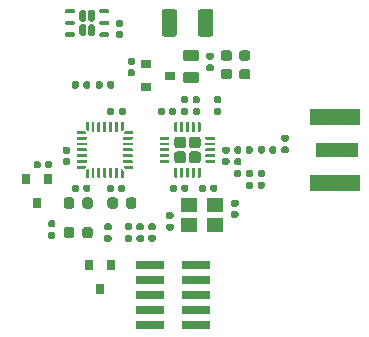
<source format=gbr>
%TF.GenerationSoftware,KiCad,Pcbnew,(5.1.6)-1*%
%TF.CreationDate,2020-10-05T19:31:36+02:00*%
%TF.ProjectId,NRF24,4e524632-342e-46b6-9963-61645f706362,rev?*%
%TF.SameCoordinates,Original*%
%TF.FileFunction,Paste,Top*%
%TF.FilePolarity,Positive*%
%FSLAX46Y46*%
G04 Gerber Fmt 4.6, Leading zero omitted, Abs format (unit mm)*
G04 Created by KiCad (PCBNEW (5.1.6)-1) date 2020-10-05 19:31:36*
%MOMM*%
%LPD*%
G01*
G04 APERTURE LIST*
%ADD10R,3.600000X1.270000*%
%ADD11R,4.200000X1.350000*%
%ADD12R,0.800000X0.900000*%
%ADD13R,0.900000X0.800000*%
%ADD14R,1.400000X1.200000*%
%ADD15C,0.150000*%
%ADD16R,2.400000X0.740000*%
G04 APERTURE END LIST*
%TO.C,C20*%
G36*
G01*
X181625000Y-75574999D02*
X181625000Y-77425001D01*
G75*
G02*
X181375001Y-77675000I-249999J0D01*
G01*
X180549999Y-77675000D01*
G75*
G02*
X180300000Y-77425001I0J249999D01*
G01*
X180300000Y-75574999D01*
G75*
G02*
X180549999Y-75325000I249999J0D01*
G01*
X181375001Y-75325000D01*
G75*
G02*
X181625000Y-75574999I0J-249999D01*
G01*
G37*
G36*
G01*
X184700000Y-75574999D02*
X184700000Y-77425001D01*
G75*
G02*
X184450001Y-77675000I-249999J0D01*
G01*
X183624999Y-77675000D01*
G75*
G02*
X183375000Y-77425001I0J249999D01*
G01*
X183375000Y-75574999D01*
G75*
G02*
X183624999Y-75325000I249999J0D01*
G01*
X184450001Y-75325000D01*
G75*
G02*
X184700000Y-75574999I0J-249999D01*
G01*
G37*
%TD*%
%TO.C,C19*%
G36*
G01*
X187093750Y-80400000D02*
X187606250Y-80400000D01*
G75*
G02*
X187825000Y-80618750I0J-218750D01*
G01*
X187825000Y-81056250D01*
G75*
G02*
X187606250Y-81275000I-218750J0D01*
G01*
X187093750Y-81275000D01*
G75*
G02*
X186875000Y-81056250I0J218750D01*
G01*
X186875000Y-80618750D01*
G75*
G02*
X187093750Y-80400000I218750J0D01*
G01*
G37*
G36*
G01*
X187093750Y-78825000D02*
X187606250Y-78825000D01*
G75*
G02*
X187825000Y-79043750I0J-218750D01*
G01*
X187825000Y-79481250D01*
G75*
G02*
X187606250Y-79700000I-218750J0D01*
G01*
X187093750Y-79700000D01*
G75*
G02*
X186875000Y-79481250I0J218750D01*
G01*
X186875000Y-79043750D01*
G75*
G02*
X187093750Y-78825000I218750J0D01*
G01*
G37*
%TD*%
%TO.C,R12*%
G36*
G01*
X178327500Y-94440000D02*
X178672500Y-94440000D01*
G75*
G02*
X178820000Y-94587500I0J-147500D01*
G01*
X178820000Y-94882500D01*
G75*
G02*
X178672500Y-95030000I-147500J0D01*
G01*
X178327500Y-95030000D01*
G75*
G02*
X178180000Y-94882500I0J147500D01*
G01*
X178180000Y-94587500D01*
G75*
G02*
X178327500Y-94440000I147500J0D01*
G01*
G37*
G36*
G01*
X178327500Y-93470000D02*
X178672500Y-93470000D01*
G75*
G02*
X178820000Y-93617500I0J-147500D01*
G01*
X178820000Y-93912500D01*
G75*
G02*
X178672500Y-94060000I-147500J0D01*
G01*
X178327500Y-94060000D01*
G75*
G02*
X178180000Y-93912500I0J147500D01*
G01*
X178180000Y-93617500D01*
G75*
G02*
X178327500Y-93470000I147500J0D01*
G01*
G37*
%TD*%
D10*
%TO.C,J2*%
X195200000Y-87250000D03*
D11*
X195000000Y-84425000D03*
X195000000Y-90075000D03*
%TD*%
%TO.C,R11*%
G36*
G01*
X170440000Y-88672500D02*
X170440000Y-88327500D01*
G75*
G02*
X170587500Y-88180000I147500J0D01*
G01*
X170882500Y-88180000D01*
G75*
G02*
X171030000Y-88327500I0J-147500D01*
G01*
X171030000Y-88672500D01*
G75*
G02*
X170882500Y-88820000I-147500J0D01*
G01*
X170587500Y-88820000D01*
G75*
G02*
X170440000Y-88672500I0J147500D01*
G01*
G37*
G36*
G01*
X169470000Y-88672500D02*
X169470000Y-88327500D01*
G75*
G02*
X169617500Y-88180000I147500J0D01*
G01*
X169912500Y-88180000D01*
G75*
G02*
X170060000Y-88327500I0J-147500D01*
G01*
X170060000Y-88672500D01*
G75*
G02*
X169912500Y-88820000I-147500J0D01*
G01*
X169617500Y-88820000D01*
G75*
G02*
X169470000Y-88672500I0J147500D01*
G01*
G37*
%TD*%
D12*
%TO.C,Q3*%
X169750000Y-91750000D03*
X168800000Y-89750000D03*
X170700000Y-89750000D03*
%TD*%
%TO.C,Q2*%
X175100000Y-99000000D03*
X174150000Y-97000000D03*
X176050000Y-97000000D03*
%TD*%
D13*
%TO.C,Q1*%
X179000000Y-80000000D03*
X179000000Y-81900000D03*
X181000000Y-80950000D03*
%TD*%
%TO.C,LD1*%
G36*
G01*
X173600000Y-94506250D02*
X173600000Y-93993750D01*
G75*
G02*
X173818750Y-93775000I218750J0D01*
G01*
X174256250Y-93775000D01*
G75*
G02*
X174475000Y-93993750I0J-218750D01*
G01*
X174475000Y-94506250D01*
G75*
G02*
X174256250Y-94725000I-218750J0D01*
G01*
X173818750Y-94725000D01*
G75*
G02*
X173600000Y-94506250I0J218750D01*
G01*
G37*
G36*
G01*
X172025000Y-94506250D02*
X172025000Y-93993750D01*
G75*
G02*
X172243750Y-93775000I218750J0D01*
G01*
X172681250Y-93775000D01*
G75*
G02*
X172900000Y-93993750I0J-218750D01*
G01*
X172900000Y-94506250D01*
G75*
G02*
X172681250Y-94725000I-218750J0D01*
G01*
X172243750Y-94725000D01*
G75*
G02*
X172025000Y-94506250I0J218750D01*
G01*
G37*
%TD*%
%TO.C,FB1*%
G36*
G01*
X183256250Y-79750000D02*
X182343750Y-79750000D01*
G75*
G02*
X182100000Y-79506250I0J243750D01*
G01*
X182100000Y-79018750D01*
G75*
G02*
X182343750Y-78775000I243750J0D01*
G01*
X183256250Y-78775000D01*
G75*
G02*
X183500000Y-79018750I0J-243750D01*
G01*
X183500000Y-79506250D01*
G75*
G02*
X183256250Y-79750000I-243750J0D01*
G01*
G37*
G36*
G01*
X183256250Y-81625000D02*
X182343750Y-81625000D01*
G75*
G02*
X182100000Y-81381250I0J243750D01*
G01*
X182100000Y-80893750D01*
G75*
G02*
X182343750Y-80650000I243750J0D01*
G01*
X183256250Y-80650000D01*
G75*
G02*
X183500000Y-80893750I0J-243750D01*
G01*
X183500000Y-81381250D01*
G75*
G02*
X183256250Y-81625000I-243750J0D01*
G01*
G37*
%TD*%
%TO.C,U3*%
G36*
G01*
X182620000Y-88130000D02*
X182620000Y-87620000D01*
G75*
G02*
X182870000Y-87370000I250000J0D01*
G01*
X183380000Y-87370000D01*
G75*
G02*
X183630000Y-87620000I0J-250000D01*
G01*
X183630000Y-88130000D01*
G75*
G02*
X183380000Y-88380000I-250000J0D01*
G01*
X182870000Y-88380000D01*
G75*
G02*
X182620000Y-88130000I0J250000D01*
G01*
G37*
G36*
G01*
X182620000Y-86880000D02*
X182620000Y-86370000D01*
G75*
G02*
X182870000Y-86120000I250000J0D01*
G01*
X183380000Y-86120000D01*
G75*
G02*
X183630000Y-86370000I0J-250000D01*
G01*
X183630000Y-86880000D01*
G75*
G02*
X183380000Y-87130000I-250000J0D01*
G01*
X182870000Y-87130000D01*
G75*
G02*
X182620000Y-86880000I0J250000D01*
G01*
G37*
G36*
G01*
X181370000Y-88130000D02*
X181370000Y-87620000D01*
G75*
G02*
X181620000Y-87370000I250000J0D01*
G01*
X182130000Y-87370000D01*
G75*
G02*
X182380000Y-87620000I0J-250000D01*
G01*
X182380000Y-88130000D01*
G75*
G02*
X182130000Y-88380000I-250000J0D01*
G01*
X181620000Y-88380000D01*
G75*
G02*
X181370000Y-88130000I0J250000D01*
G01*
G37*
G36*
G01*
X181370000Y-86880000D02*
X181370000Y-86370000D01*
G75*
G02*
X181620000Y-86120000I250000J0D01*
G01*
X182130000Y-86120000D01*
G75*
G02*
X182380000Y-86370000I0J-250000D01*
G01*
X182380000Y-86880000D01*
G75*
G02*
X182130000Y-87130000I-250000J0D01*
G01*
X181620000Y-87130000D01*
G75*
G02*
X181370000Y-86880000I0J250000D01*
G01*
G37*
G36*
G01*
X181375000Y-85662500D02*
X181375000Y-84962500D01*
G75*
G02*
X181437500Y-84900000I62500J0D01*
G01*
X181562500Y-84900000D01*
G75*
G02*
X181625000Y-84962500I0J-62500D01*
G01*
X181625000Y-85662500D01*
G75*
G02*
X181562500Y-85725000I-62500J0D01*
G01*
X181437500Y-85725000D01*
G75*
G02*
X181375000Y-85662500I0J62500D01*
G01*
G37*
G36*
G01*
X181875000Y-85662500D02*
X181875000Y-84962500D01*
G75*
G02*
X181937500Y-84900000I62500J0D01*
G01*
X182062500Y-84900000D01*
G75*
G02*
X182125000Y-84962500I0J-62500D01*
G01*
X182125000Y-85662500D01*
G75*
G02*
X182062500Y-85725000I-62500J0D01*
G01*
X181937500Y-85725000D01*
G75*
G02*
X181875000Y-85662500I0J62500D01*
G01*
G37*
G36*
G01*
X182375000Y-85662500D02*
X182375000Y-84962500D01*
G75*
G02*
X182437500Y-84900000I62500J0D01*
G01*
X182562500Y-84900000D01*
G75*
G02*
X182625000Y-84962500I0J-62500D01*
G01*
X182625000Y-85662500D01*
G75*
G02*
X182562500Y-85725000I-62500J0D01*
G01*
X182437500Y-85725000D01*
G75*
G02*
X182375000Y-85662500I0J62500D01*
G01*
G37*
G36*
G01*
X182875000Y-85662500D02*
X182875000Y-84962500D01*
G75*
G02*
X182937500Y-84900000I62500J0D01*
G01*
X183062500Y-84900000D01*
G75*
G02*
X183125000Y-84962500I0J-62500D01*
G01*
X183125000Y-85662500D01*
G75*
G02*
X183062500Y-85725000I-62500J0D01*
G01*
X182937500Y-85725000D01*
G75*
G02*
X182875000Y-85662500I0J62500D01*
G01*
G37*
G36*
G01*
X183375000Y-85662500D02*
X183375000Y-84962500D01*
G75*
G02*
X183437500Y-84900000I62500J0D01*
G01*
X183562500Y-84900000D01*
G75*
G02*
X183625000Y-84962500I0J-62500D01*
G01*
X183625000Y-85662500D01*
G75*
G02*
X183562500Y-85725000I-62500J0D01*
G01*
X183437500Y-85725000D01*
G75*
G02*
X183375000Y-85662500I0J62500D01*
G01*
G37*
G36*
G01*
X184025000Y-86312500D02*
X184025000Y-86187500D01*
G75*
G02*
X184087500Y-86125000I62500J0D01*
G01*
X184787500Y-86125000D01*
G75*
G02*
X184850000Y-86187500I0J-62500D01*
G01*
X184850000Y-86312500D01*
G75*
G02*
X184787500Y-86375000I-62500J0D01*
G01*
X184087500Y-86375000D01*
G75*
G02*
X184025000Y-86312500I0J62500D01*
G01*
G37*
G36*
G01*
X184025000Y-86812500D02*
X184025000Y-86687500D01*
G75*
G02*
X184087500Y-86625000I62500J0D01*
G01*
X184787500Y-86625000D01*
G75*
G02*
X184850000Y-86687500I0J-62500D01*
G01*
X184850000Y-86812500D01*
G75*
G02*
X184787500Y-86875000I-62500J0D01*
G01*
X184087500Y-86875000D01*
G75*
G02*
X184025000Y-86812500I0J62500D01*
G01*
G37*
G36*
G01*
X184025000Y-87312500D02*
X184025000Y-87187500D01*
G75*
G02*
X184087500Y-87125000I62500J0D01*
G01*
X184787500Y-87125000D01*
G75*
G02*
X184850000Y-87187500I0J-62500D01*
G01*
X184850000Y-87312500D01*
G75*
G02*
X184787500Y-87375000I-62500J0D01*
G01*
X184087500Y-87375000D01*
G75*
G02*
X184025000Y-87312500I0J62500D01*
G01*
G37*
G36*
G01*
X184025000Y-87812500D02*
X184025000Y-87687500D01*
G75*
G02*
X184087500Y-87625000I62500J0D01*
G01*
X184787500Y-87625000D01*
G75*
G02*
X184850000Y-87687500I0J-62500D01*
G01*
X184850000Y-87812500D01*
G75*
G02*
X184787500Y-87875000I-62500J0D01*
G01*
X184087500Y-87875000D01*
G75*
G02*
X184025000Y-87812500I0J62500D01*
G01*
G37*
G36*
G01*
X184025000Y-88312500D02*
X184025000Y-88187500D01*
G75*
G02*
X184087500Y-88125000I62500J0D01*
G01*
X184787500Y-88125000D01*
G75*
G02*
X184850000Y-88187500I0J-62500D01*
G01*
X184850000Y-88312500D01*
G75*
G02*
X184787500Y-88375000I-62500J0D01*
G01*
X184087500Y-88375000D01*
G75*
G02*
X184025000Y-88312500I0J62500D01*
G01*
G37*
G36*
G01*
X183375000Y-89537500D02*
X183375000Y-88837500D01*
G75*
G02*
X183437500Y-88775000I62500J0D01*
G01*
X183562500Y-88775000D01*
G75*
G02*
X183625000Y-88837500I0J-62500D01*
G01*
X183625000Y-89537500D01*
G75*
G02*
X183562500Y-89600000I-62500J0D01*
G01*
X183437500Y-89600000D01*
G75*
G02*
X183375000Y-89537500I0J62500D01*
G01*
G37*
G36*
G01*
X182875000Y-89537500D02*
X182875000Y-88837500D01*
G75*
G02*
X182937500Y-88775000I62500J0D01*
G01*
X183062500Y-88775000D01*
G75*
G02*
X183125000Y-88837500I0J-62500D01*
G01*
X183125000Y-89537500D01*
G75*
G02*
X183062500Y-89600000I-62500J0D01*
G01*
X182937500Y-89600000D01*
G75*
G02*
X182875000Y-89537500I0J62500D01*
G01*
G37*
G36*
G01*
X182375000Y-89537500D02*
X182375000Y-88837500D01*
G75*
G02*
X182437500Y-88775000I62500J0D01*
G01*
X182562500Y-88775000D01*
G75*
G02*
X182625000Y-88837500I0J-62500D01*
G01*
X182625000Y-89537500D01*
G75*
G02*
X182562500Y-89600000I-62500J0D01*
G01*
X182437500Y-89600000D01*
G75*
G02*
X182375000Y-89537500I0J62500D01*
G01*
G37*
G36*
G01*
X181875000Y-89537500D02*
X181875000Y-88837500D01*
G75*
G02*
X181937500Y-88775000I62500J0D01*
G01*
X182062500Y-88775000D01*
G75*
G02*
X182125000Y-88837500I0J-62500D01*
G01*
X182125000Y-89537500D01*
G75*
G02*
X182062500Y-89600000I-62500J0D01*
G01*
X181937500Y-89600000D01*
G75*
G02*
X181875000Y-89537500I0J62500D01*
G01*
G37*
G36*
G01*
X181375000Y-89537500D02*
X181375000Y-88837500D01*
G75*
G02*
X181437500Y-88775000I62500J0D01*
G01*
X181562500Y-88775000D01*
G75*
G02*
X181625000Y-88837500I0J-62500D01*
G01*
X181625000Y-89537500D01*
G75*
G02*
X181562500Y-89600000I-62500J0D01*
G01*
X181437500Y-89600000D01*
G75*
G02*
X181375000Y-89537500I0J62500D01*
G01*
G37*
G36*
G01*
X180150000Y-88312500D02*
X180150000Y-88187500D01*
G75*
G02*
X180212500Y-88125000I62500J0D01*
G01*
X180912500Y-88125000D01*
G75*
G02*
X180975000Y-88187500I0J-62500D01*
G01*
X180975000Y-88312500D01*
G75*
G02*
X180912500Y-88375000I-62500J0D01*
G01*
X180212500Y-88375000D01*
G75*
G02*
X180150000Y-88312500I0J62500D01*
G01*
G37*
G36*
G01*
X180150000Y-87812500D02*
X180150000Y-87687500D01*
G75*
G02*
X180212500Y-87625000I62500J0D01*
G01*
X180912500Y-87625000D01*
G75*
G02*
X180975000Y-87687500I0J-62500D01*
G01*
X180975000Y-87812500D01*
G75*
G02*
X180912500Y-87875000I-62500J0D01*
G01*
X180212500Y-87875000D01*
G75*
G02*
X180150000Y-87812500I0J62500D01*
G01*
G37*
G36*
G01*
X180150000Y-87312500D02*
X180150000Y-87187500D01*
G75*
G02*
X180212500Y-87125000I62500J0D01*
G01*
X180912500Y-87125000D01*
G75*
G02*
X180975000Y-87187500I0J-62500D01*
G01*
X180975000Y-87312500D01*
G75*
G02*
X180912500Y-87375000I-62500J0D01*
G01*
X180212500Y-87375000D01*
G75*
G02*
X180150000Y-87312500I0J62500D01*
G01*
G37*
G36*
G01*
X180150000Y-86812500D02*
X180150000Y-86687500D01*
G75*
G02*
X180212500Y-86625000I62500J0D01*
G01*
X180912500Y-86625000D01*
G75*
G02*
X180975000Y-86687500I0J-62500D01*
G01*
X180975000Y-86812500D01*
G75*
G02*
X180912500Y-86875000I-62500J0D01*
G01*
X180212500Y-86875000D01*
G75*
G02*
X180150000Y-86812500I0J62500D01*
G01*
G37*
G36*
G01*
X180150000Y-86312500D02*
X180150000Y-86187500D01*
G75*
G02*
X180212500Y-86125000I62500J0D01*
G01*
X180912500Y-86125000D01*
G75*
G02*
X180975000Y-86187500I0J-62500D01*
G01*
X180975000Y-86312500D01*
G75*
G02*
X180912500Y-86375000I-62500J0D01*
G01*
X180212500Y-86375000D01*
G75*
G02*
X180150000Y-86312500I0J62500D01*
G01*
G37*
%TD*%
%TO.C,R7*%
G36*
G01*
X171172500Y-93810000D02*
X170827500Y-93810000D01*
G75*
G02*
X170680000Y-93662500I0J147500D01*
G01*
X170680000Y-93367500D01*
G75*
G02*
X170827500Y-93220000I147500J0D01*
G01*
X171172500Y-93220000D01*
G75*
G02*
X171320000Y-93367500I0J-147500D01*
G01*
X171320000Y-93662500D01*
G75*
G02*
X171172500Y-93810000I-147500J0D01*
G01*
G37*
G36*
G01*
X171172500Y-94780000D02*
X170827500Y-94780000D01*
G75*
G02*
X170680000Y-94632500I0J147500D01*
G01*
X170680000Y-94337500D01*
G75*
G02*
X170827500Y-94190000I147500J0D01*
G01*
X171172500Y-94190000D01*
G75*
G02*
X171320000Y-94337500I0J-147500D01*
G01*
X171320000Y-94632500D01*
G75*
G02*
X171172500Y-94780000I-147500J0D01*
G01*
G37*
%TD*%
%TO.C,C18*%
G36*
G01*
X181610000Y-90327500D02*
X181610000Y-90672500D01*
G75*
G02*
X181462500Y-90820000I-147500J0D01*
G01*
X181167500Y-90820000D01*
G75*
G02*
X181020000Y-90672500I0J147500D01*
G01*
X181020000Y-90327500D01*
G75*
G02*
X181167500Y-90180000I147500J0D01*
G01*
X181462500Y-90180000D01*
G75*
G02*
X181610000Y-90327500I0J-147500D01*
G01*
G37*
G36*
G01*
X182580000Y-90327500D02*
X182580000Y-90672500D01*
G75*
G02*
X182432500Y-90820000I-147500J0D01*
G01*
X182137500Y-90820000D01*
G75*
G02*
X181990000Y-90672500I0J147500D01*
G01*
X181990000Y-90327500D01*
G75*
G02*
X182137500Y-90180000I147500J0D01*
G01*
X182432500Y-90180000D01*
G75*
G02*
X182580000Y-90327500I0J-147500D01*
G01*
G37*
%TD*%
%TO.C,R2*%
G36*
G01*
X172720000Y-81922500D02*
X172720000Y-81577500D01*
G75*
G02*
X172867500Y-81430000I147500J0D01*
G01*
X173162500Y-81430000D01*
G75*
G02*
X173310000Y-81577500I0J-147500D01*
G01*
X173310000Y-81922500D01*
G75*
G02*
X173162500Y-82070000I-147500J0D01*
G01*
X172867500Y-82070000D01*
G75*
G02*
X172720000Y-81922500I0J147500D01*
G01*
G37*
G36*
G01*
X173690000Y-81922500D02*
X173690000Y-81577500D01*
G75*
G02*
X173837500Y-81430000I147500J0D01*
G01*
X174132500Y-81430000D01*
G75*
G02*
X174280000Y-81577500I0J-147500D01*
G01*
X174280000Y-81922500D01*
G75*
G02*
X174132500Y-82070000I-147500J0D01*
G01*
X173837500Y-82070000D01*
G75*
G02*
X173690000Y-81922500I0J147500D01*
G01*
G37*
%TD*%
%TO.C,R1*%
G36*
G01*
X176280000Y-81577500D02*
X176280000Y-81922500D01*
G75*
G02*
X176132500Y-82070000I-147500J0D01*
G01*
X175837500Y-82070000D01*
G75*
G02*
X175690000Y-81922500I0J147500D01*
G01*
X175690000Y-81577500D01*
G75*
G02*
X175837500Y-81430000I147500J0D01*
G01*
X176132500Y-81430000D01*
G75*
G02*
X176280000Y-81577500I0J-147500D01*
G01*
G37*
G36*
G01*
X175310000Y-81577500D02*
X175310000Y-81922500D01*
G75*
G02*
X175162500Y-82070000I-147500J0D01*
G01*
X174867500Y-82070000D01*
G75*
G02*
X174720000Y-81922500I0J147500D01*
G01*
X174720000Y-81577500D01*
G75*
G02*
X174867500Y-81430000I147500J0D01*
G01*
X175162500Y-81430000D01*
G75*
G02*
X175310000Y-81577500I0J-147500D01*
G01*
G37*
%TD*%
%TO.C,R9*%
G36*
G01*
X179327500Y-94440000D02*
X179672500Y-94440000D01*
G75*
G02*
X179820000Y-94587500I0J-147500D01*
G01*
X179820000Y-94882500D01*
G75*
G02*
X179672500Y-95030000I-147500J0D01*
G01*
X179327500Y-95030000D01*
G75*
G02*
X179180000Y-94882500I0J147500D01*
G01*
X179180000Y-94587500D01*
G75*
G02*
X179327500Y-94440000I147500J0D01*
G01*
G37*
G36*
G01*
X179327500Y-93470000D02*
X179672500Y-93470000D01*
G75*
G02*
X179820000Y-93617500I0J-147500D01*
G01*
X179820000Y-93912500D01*
G75*
G02*
X179672500Y-94060000I-147500J0D01*
G01*
X179327500Y-94060000D01*
G75*
G02*
X179180000Y-93912500I0J147500D01*
G01*
X179180000Y-93617500D01*
G75*
G02*
X179327500Y-93470000I147500J0D01*
G01*
G37*
%TD*%
%TO.C,R8*%
G36*
G01*
X177672500Y-94060000D02*
X177327500Y-94060000D01*
G75*
G02*
X177180000Y-93912500I0J147500D01*
G01*
X177180000Y-93617500D01*
G75*
G02*
X177327500Y-93470000I147500J0D01*
G01*
X177672500Y-93470000D01*
G75*
G02*
X177820000Y-93617500I0J-147500D01*
G01*
X177820000Y-93912500D01*
G75*
G02*
X177672500Y-94060000I-147500J0D01*
G01*
G37*
G36*
G01*
X177672500Y-95030000D02*
X177327500Y-95030000D01*
G75*
G02*
X177180000Y-94882500I0J147500D01*
G01*
X177180000Y-94587500D01*
G75*
G02*
X177327500Y-94440000I147500J0D01*
G01*
X177672500Y-94440000D01*
G75*
G02*
X177820000Y-94587500I0J-147500D01*
G01*
X177820000Y-94882500D01*
G75*
G02*
X177672500Y-95030000I-147500J0D01*
G01*
G37*
%TD*%
%TO.C,R5*%
G36*
G01*
X184227500Y-79990000D02*
X184572500Y-79990000D01*
G75*
G02*
X184720000Y-80137500I0J-147500D01*
G01*
X184720000Y-80432500D01*
G75*
G02*
X184572500Y-80580000I-147500J0D01*
G01*
X184227500Y-80580000D01*
G75*
G02*
X184080000Y-80432500I0J147500D01*
G01*
X184080000Y-80137500D01*
G75*
G02*
X184227500Y-79990000I147500J0D01*
G01*
G37*
G36*
G01*
X184227500Y-79020000D02*
X184572500Y-79020000D01*
G75*
G02*
X184720000Y-79167500I0J-147500D01*
G01*
X184720000Y-79462500D01*
G75*
G02*
X184572500Y-79610000I-147500J0D01*
G01*
X184227500Y-79610000D01*
G75*
G02*
X184080000Y-79462500I0J147500D01*
G01*
X184080000Y-79167500D01*
G75*
G02*
X184227500Y-79020000I147500J0D01*
G01*
G37*
%TD*%
%TO.C,R4*%
G36*
G01*
X177922500Y-81030000D02*
X177577500Y-81030000D01*
G75*
G02*
X177430000Y-80882500I0J147500D01*
G01*
X177430000Y-80587500D01*
G75*
G02*
X177577500Y-80440000I147500J0D01*
G01*
X177922500Y-80440000D01*
G75*
G02*
X178070000Y-80587500I0J-147500D01*
G01*
X178070000Y-80882500D01*
G75*
G02*
X177922500Y-81030000I-147500J0D01*
G01*
G37*
G36*
G01*
X177922500Y-80060000D02*
X177577500Y-80060000D01*
G75*
G02*
X177430000Y-79912500I0J147500D01*
G01*
X177430000Y-79617500D01*
G75*
G02*
X177577500Y-79470000I147500J0D01*
G01*
X177922500Y-79470000D01*
G75*
G02*
X178070000Y-79617500I0J-147500D01*
G01*
X178070000Y-79912500D01*
G75*
G02*
X177922500Y-80060000I-147500J0D01*
G01*
G37*
%TD*%
%TO.C,R3*%
G36*
G01*
X172422500Y-88530000D02*
X172077500Y-88530000D01*
G75*
G02*
X171930000Y-88382500I0J147500D01*
G01*
X171930000Y-88087500D01*
G75*
G02*
X172077500Y-87940000I147500J0D01*
G01*
X172422500Y-87940000D01*
G75*
G02*
X172570000Y-88087500I0J-147500D01*
G01*
X172570000Y-88382500D01*
G75*
G02*
X172422500Y-88530000I-147500J0D01*
G01*
G37*
G36*
G01*
X172422500Y-87560000D02*
X172077500Y-87560000D01*
G75*
G02*
X171930000Y-87412500I0J147500D01*
G01*
X171930000Y-87117500D01*
G75*
G02*
X172077500Y-86970000I147500J0D01*
G01*
X172422500Y-86970000D01*
G75*
G02*
X172570000Y-87117500I0J-147500D01*
G01*
X172570000Y-87412500D01*
G75*
G02*
X172422500Y-87560000I-147500J0D01*
G01*
G37*
%TD*%
%TO.C,R6*%
G36*
G01*
X185222500Y-83310000D02*
X184877500Y-83310000D01*
G75*
G02*
X184730000Y-83162500I0J147500D01*
G01*
X184730000Y-82867500D01*
G75*
G02*
X184877500Y-82720000I147500J0D01*
G01*
X185222500Y-82720000D01*
G75*
G02*
X185370000Y-82867500I0J-147500D01*
G01*
X185370000Y-83162500D01*
G75*
G02*
X185222500Y-83310000I-147500J0D01*
G01*
G37*
G36*
G01*
X185222500Y-84280000D02*
X184877500Y-84280000D01*
G75*
G02*
X184730000Y-84132500I0J147500D01*
G01*
X184730000Y-83837500D01*
G75*
G02*
X184877500Y-83690000I147500J0D01*
G01*
X185222500Y-83690000D01*
G75*
G02*
X185370000Y-83837500I0J-147500D01*
G01*
X185370000Y-84132500D01*
G75*
G02*
X185222500Y-84280000I-147500J0D01*
G01*
G37*
%TD*%
%TO.C,R10*%
G36*
G01*
X184060000Y-90327500D02*
X184060000Y-90672500D01*
G75*
G02*
X183912500Y-90820000I-147500J0D01*
G01*
X183617500Y-90820000D01*
G75*
G02*
X183470000Y-90672500I0J147500D01*
G01*
X183470000Y-90327500D01*
G75*
G02*
X183617500Y-90180000I147500J0D01*
G01*
X183912500Y-90180000D01*
G75*
G02*
X184060000Y-90327500I0J-147500D01*
G01*
G37*
G36*
G01*
X185030000Y-90327500D02*
X185030000Y-90672500D01*
G75*
G02*
X184882500Y-90820000I-147500J0D01*
G01*
X184587500Y-90820000D01*
G75*
G02*
X184440000Y-90672500I0J147500D01*
G01*
X184440000Y-90327500D01*
G75*
G02*
X184587500Y-90180000I147500J0D01*
G01*
X184882500Y-90180000D01*
G75*
G02*
X185030000Y-90327500I0J-147500D01*
G01*
G37*
%TD*%
D14*
%TO.C,Y1*%
X182650000Y-91900000D03*
X184850000Y-91900000D03*
X184850000Y-93600000D03*
X182650000Y-93600000D03*
%TD*%
D15*
%TO.C,U2*%
G36*
X173875865Y-89039861D02*
G01*
X173878425Y-89031419D01*
X173882584Y-89023639D01*
X173888180Y-89016820D01*
X174021820Y-88883180D01*
X174028639Y-88877584D01*
X174036419Y-88873425D01*
X174044861Y-88870865D01*
X174053640Y-88870000D01*
X174080000Y-88870000D01*
X174088779Y-88870865D01*
X174097221Y-88873425D01*
X174105001Y-88877584D01*
X174111820Y-88883180D01*
X174117416Y-88889999D01*
X174121575Y-88897779D01*
X174124135Y-88906221D01*
X174125000Y-88915000D01*
X174125000Y-89580000D01*
X174124135Y-89588779D01*
X174121575Y-89597221D01*
X174117416Y-89605001D01*
X174111820Y-89611820D01*
X174105001Y-89617416D01*
X174097221Y-89621575D01*
X174088779Y-89624135D01*
X174080000Y-89625000D01*
X173920000Y-89625000D01*
X173911221Y-89624135D01*
X173902779Y-89621575D01*
X173894999Y-89617416D01*
X173888180Y-89611820D01*
X173882584Y-89605001D01*
X173878425Y-89597221D01*
X173875865Y-89588779D01*
X173875000Y-89580000D01*
X173875000Y-89048640D01*
X173875865Y-89039861D01*
G37*
G36*
G01*
X174562500Y-89625000D02*
X174437500Y-89625000D01*
G75*
G02*
X174375000Y-89562500I0J62500D01*
G01*
X174375000Y-88812500D01*
G75*
G02*
X174437500Y-88750000I62500J0D01*
G01*
X174562500Y-88750000D01*
G75*
G02*
X174625000Y-88812500I0J-62500D01*
G01*
X174625000Y-89562500D01*
G75*
G02*
X174562500Y-89625000I-62500J0D01*
G01*
G37*
G36*
G01*
X175062500Y-89625000D02*
X174937500Y-89625000D01*
G75*
G02*
X174875000Y-89562500I0J62500D01*
G01*
X174875000Y-88812500D01*
G75*
G02*
X174937500Y-88750000I62500J0D01*
G01*
X175062500Y-88750000D01*
G75*
G02*
X175125000Y-88812500I0J-62500D01*
G01*
X175125000Y-89562500D01*
G75*
G02*
X175062500Y-89625000I-62500J0D01*
G01*
G37*
G36*
G01*
X175562500Y-89625000D02*
X175437500Y-89625000D01*
G75*
G02*
X175375000Y-89562500I0J62500D01*
G01*
X175375000Y-88812500D01*
G75*
G02*
X175437500Y-88750000I62500J0D01*
G01*
X175562500Y-88750000D01*
G75*
G02*
X175625000Y-88812500I0J-62500D01*
G01*
X175625000Y-89562500D01*
G75*
G02*
X175562500Y-89625000I-62500J0D01*
G01*
G37*
G36*
G01*
X176062500Y-89625000D02*
X175937500Y-89625000D01*
G75*
G02*
X175875000Y-89562500I0J62500D01*
G01*
X175875000Y-88812500D01*
G75*
G02*
X175937500Y-88750000I62500J0D01*
G01*
X176062500Y-88750000D01*
G75*
G02*
X176125000Y-88812500I0J-62500D01*
G01*
X176125000Y-89562500D01*
G75*
G02*
X176062500Y-89625000I-62500J0D01*
G01*
G37*
G36*
G01*
X176562500Y-89625000D02*
X176437500Y-89625000D01*
G75*
G02*
X176375000Y-89562500I0J62500D01*
G01*
X176375000Y-88812500D01*
G75*
G02*
X176437500Y-88750000I62500J0D01*
G01*
X176562500Y-88750000D01*
G75*
G02*
X176625000Y-88812500I0J-62500D01*
G01*
X176625000Y-89562500D01*
G75*
G02*
X176562500Y-89625000I-62500J0D01*
G01*
G37*
G36*
X176875865Y-88906221D02*
G01*
X176878425Y-88897779D01*
X176882584Y-88889999D01*
X176888180Y-88883180D01*
X176894999Y-88877584D01*
X176902779Y-88873425D01*
X176911221Y-88870865D01*
X176920000Y-88870000D01*
X176946360Y-88870000D01*
X176955139Y-88870865D01*
X176963581Y-88873425D01*
X176971361Y-88877584D01*
X176978180Y-88883180D01*
X177111820Y-89016820D01*
X177117416Y-89023639D01*
X177121575Y-89031419D01*
X177124135Y-89039861D01*
X177125000Y-89048640D01*
X177125000Y-89580000D01*
X177124135Y-89588779D01*
X177121575Y-89597221D01*
X177117416Y-89605001D01*
X177111820Y-89611820D01*
X177105001Y-89617416D01*
X177097221Y-89621575D01*
X177088779Y-89624135D01*
X177080000Y-89625000D01*
X176920000Y-89625000D01*
X176911221Y-89624135D01*
X176902779Y-89621575D01*
X176894999Y-89617416D01*
X176888180Y-89611820D01*
X176882584Y-89605001D01*
X176878425Y-89597221D01*
X176875865Y-89588779D01*
X176875000Y-89580000D01*
X176875000Y-88915000D01*
X176875865Y-88906221D01*
G37*
G36*
X177120865Y-88661221D02*
G01*
X177123425Y-88652779D01*
X177127584Y-88644999D01*
X177133180Y-88638180D01*
X177139999Y-88632584D01*
X177147779Y-88628425D01*
X177156221Y-88625865D01*
X177165000Y-88625000D01*
X177830000Y-88625000D01*
X177838779Y-88625865D01*
X177847221Y-88628425D01*
X177855001Y-88632584D01*
X177861820Y-88638180D01*
X177867416Y-88644999D01*
X177871575Y-88652779D01*
X177874135Y-88661221D01*
X177875000Y-88670000D01*
X177875000Y-88830000D01*
X177874135Y-88838779D01*
X177871575Y-88847221D01*
X177867416Y-88855001D01*
X177861820Y-88861820D01*
X177855001Y-88867416D01*
X177847221Y-88871575D01*
X177838779Y-88874135D01*
X177830000Y-88875000D01*
X177298640Y-88875000D01*
X177289861Y-88874135D01*
X177281419Y-88871575D01*
X177273639Y-88867416D01*
X177266820Y-88861820D01*
X177133180Y-88728180D01*
X177127584Y-88721361D01*
X177123425Y-88713581D01*
X177120865Y-88705139D01*
X177120000Y-88696360D01*
X177120000Y-88670000D01*
X177120865Y-88661221D01*
G37*
G36*
G01*
X177812500Y-88375000D02*
X177062500Y-88375000D01*
G75*
G02*
X177000000Y-88312500I0J62500D01*
G01*
X177000000Y-88187500D01*
G75*
G02*
X177062500Y-88125000I62500J0D01*
G01*
X177812500Y-88125000D01*
G75*
G02*
X177875000Y-88187500I0J-62500D01*
G01*
X177875000Y-88312500D01*
G75*
G02*
X177812500Y-88375000I-62500J0D01*
G01*
G37*
G36*
G01*
X177812500Y-87875000D02*
X177062500Y-87875000D01*
G75*
G02*
X177000000Y-87812500I0J62500D01*
G01*
X177000000Y-87687500D01*
G75*
G02*
X177062500Y-87625000I62500J0D01*
G01*
X177812500Y-87625000D01*
G75*
G02*
X177875000Y-87687500I0J-62500D01*
G01*
X177875000Y-87812500D01*
G75*
G02*
X177812500Y-87875000I-62500J0D01*
G01*
G37*
G36*
G01*
X177812500Y-87375000D02*
X177062500Y-87375000D01*
G75*
G02*
X177000000Y-87312500I0J62500D01*
G01*
X177000000Y-87187500D01*
G75*
G02*
X177062500Y-87125000I62500J0D01*
G01*
X177812500Y-87125000D01*
G75*
G02*
X177875000Y-87187500I0J-62500D01*
G01*
X177875000Y-87312500D01*
G75*
G02*
X177812500Y-87375000I-62500J0D01*
G01*
G37*
G36*
G01*
X177812500Y-86875000D02*
X177062500Y-86875000D01*
G75*
G02*
X177000000Y-86812500I0J62500D01*
G01*
X177000000Y-86687500D01*
G75*
G02*
X177062500Y-86625000I62500J0D01*
G01*
X177812500Y-86625000D01*
G75*
G02*
X177875000Y-86687500I0J-62500D01*
G01*
X177875000Y-86812500D01*
G75*
G02*
X177812500Y-86875000I-62500J0D01*
G01*
G37*
G36*
G01*
X177812500Y-86375000D02*
X177062500Y-86375000D01*
G75*
G02*
X177000000Y-86312500I0J62500D01*
G01*
X177000000Y-86187500D01*
G75*
G02*
X177062500Y-86125000I62500J0D01*
G01*
X177812500Y-86125000D01*
G75*
G02*
X177875000Y-86187500I0J-62500D01*
G01*
X177875000Y-86312500D01*
G75*
G02*
X177812500Y-86375000I-62500J0D01*
G01*
G37*
G36*
X177120865Y-85794861D02*
G01*
X177123425Y-85786419D01*
X177127584Y-85778639D01*
X177133180Y-85771820D01*
X177266820Y-85638180D01*
X177273639Y-85632584D01*
X177281419Y-85628425D01*
X177289861Y-85625865D01*
X177298640Y-85625000D01*
X177830000Y-85625000D01*
X177838779Y-85625865D01*
X177847221Y-85628425D01*
X177855001Y-85632584D01*
X177861820Y-85638180D01*
X177867416Y-85644999D01*
X177871575Y-85652779D01*
X177874135Y-85661221D01*
X177875000Y-85670000D01*
X177875000Y-85830000D01*
X177874135Y-85838779D01*
X177871575Y-85847221D01*
X177867416Y-85855001D01*
X177861820Y-85861820D01*
X177855001Y-85867416D01*
X177847221Y-85871575D01*
X177838779Y-85874135D01*
X177830000Y-85875000D01*
X177165000Y-85875000D01*
X177156221Y-85874135D01*
X177147779Y-85871575D01*
X177139999Y-85867416D01*
X177133180Y-85861820D01*
X177127584Y-85855001D01*
X177123425Y-85847221D01*
X177120865Y-85838779D01*
X177120000Y-85830000D01*
X177120000Y-85803640D01*
X177120865Y-85794861D01*
G37*
G36*
X176875865Y-84911221D02*
G01*
X176878425Y-84902779D01*
X176882584Y-84894999D01*
X176888180Y-84888180D01*
X176894999Y-84882584D01*
X176902779Y-84878425D01*
X176911221Y-84875865D01*
X176920000Y-84875000D01*
X177080000Y-84875000D01*
X177088779Y-84875865D01*
X177097221Y-84878425D01*
X177105001Y-84882584D01*
X177111820Y-84888180D01*
X177117416Y-84894999D01*
X177121575Y-84902779D01*
X177124135Y-84911221D01*
X177125000Y-84920000D01*
X177125000Y-85451360D01*
X177124135Y-85460139D01*
X177121575Y-85468581D01*
X177117416Y-85476361D01*
X177111820Y-85483180D01*
X176978180Y-85616820D01*
X176971361Y-85622416D01*
X176963581Y-85626575D01*
X176955139Y-85629135D01*
X176946360Y-85630000D01*
X176920000Y-85630000D01*
X176911221Y-85629135D01*
X176902779Y-85626575D01*
X176894999Y-85622416D01*
X176888180Y-85616820D01*
X176882584Y-85610001D01*
X176878425Y-85602221D01*
X176875865Y-85593779D01*
X176875000Y-85585000D01*
X176875000Y-84920000D01*
X176875865Y-84911221D01*
G37*
G36*
G01*
X176562500Y-85750000D02*
X176437500Y-85750000D01*
G75*
G02*
X176375000Y-85687500I0J62500D01*
G01*
X176375000Y-84937500D01*
G75*
G02*
X176437500Y-84875000I62500J0D01*
G01*
X176562500Y-84875000D01*
G75*
G02*
X176625000Y-84937500I0J-62500D01*
G01*
X176625000Y-85687500D01*
G75*
G02*
X176562500Y-85750000I-62500J0D01*
G01*
G37*
G36*
G01*
X176062500Y-85750000D02*
X175937500Y-85750000D01*
G75*
G02*
X175875000Y-85687500I0J62500D01*
G01*
X175875000Y-84937500D01*
G75*
G02*
X175937500Y-84875000I62500J0D01*
G01*
X176062500Y-84875000D01*
G75*
G02*
X176125000Y-84937500I0J-62500D01*
G01*
X176125000Y-85687500D01*
G75*
G02*
X176062500Y-85750000I-62500J0D01*
G01*
G37*
G36*
G01*
X175562500Y-85750000D02*
X175437500Y-85750000D01*
G75*
G02*
X175375000Y-85687500I0J62500D01*
G01*
X175375000Y-84937500D01*
G75*
G02*
X175437500Y-84875000I62500J0D01*
G01*
X175562500Y-84875000D01*
G75*
G02*
X175625000Y-84937500I0J-62500D01*
G01*
X175625000Y-85687500D01*
G75*
G02*
X175562500Y-85750000I-62500J0D01*
G01*
G37*
G36*
G01*
X175062500Y-85750000D02*
X174937500Y-85750000D01*
G75*
G02*
X174875000Y-85687500I0J62500D01*
G01*
X174875000Y-84937500D01*
G75*
G02*
X174937500Y-84875000I62500J0D01*
G01*
X175062500Y-84875000D01*
G75*
G02*
X175125000Y-84937500I0J-62500D01*
G01*
X175125000Y-85687500D01*
G75*
G02*
X175062500Y-85750000I-62500J0D01*
G01*
G37*
G36*
G01*
X174562500Y-85750000D02*
X174437500Y-85750000D01*
G75*
G02*
X174375000Y-85687500I0J62500D01*
G01*
X174375000Y-84937500D01*
G75*
G02*
X174437500Y-84875000I62500J0D01*
G01*
X174562500Y-84875000D01*
G75*
G02*
X174625000Y-84937500I0J-62500D01*
G01*
X174625000Y-85687500D01*
G75*
G02*
X174562500Y-85750000I-62500J0D01*
G01*
G37*
G36*
X173875865Y-84911221D02*
G01*
X173878425Y-84902779D01*
X173882584Y-84894999D01*
X173888180Y-84888180D01*
X173894999Y-84882584D01*
X173902779Y-84878425D01*
X173911221Y-84875865D01*
X173920000Y-84875000D01*
X174080000Y-84875000D01*
X174088779Y-84875865D01*
X174097221Y-84878425D01*
X174105001Y-84882584D01*
X174111820Y-84888180D01*
X174117416Y-84894999D01*
X174121575Y-84902779D01*
X174124135Y-84911221D01*
X174125000Y-84920000D01*
X174125000Y-85585000D01*
X174124135Y-85593779D01*
X174121575Y-85602221D01*
X174117416Y-85610001D01*
X174111820Y-85616820D01*
X174105001Y-85622416D01*
X174097221Y-85626575D01*
X174088779Y-85629135D01*
X174080000Y-85630000D01*
X174053640Y-85630000D01*
X174044861Y-85629135D01*
X174036419Y-85626575D01*
X174028639Y-85622416D01*
X174021820Y-85616820D01*
X173888180Y-85483180D01*
X173882584Y-85476361D01*
X173878425Y-85468581D01*
X173875865Y-85460139D01*
X173875000Y-85451360D01*
X173875000Y-84920000D01*
X173875865Y-84911221D01*
G37*
G36*
X173125865Y-85661221D02*
G01*
X173128425Y-85652779D01*
X173132584Y-85644999D01*
X173138180Y-85638180D01*
X173144999Y-85632584D01*
X173152779Y-85628425D01*
X173161221Y-85625865D01*
X173170000Y-85625000D01*
X173701360Y-85625000D01*
X173710139Y-85625865D01*
X173718581Y-85628425D01*
X173726361Y-85632584D01*
X173733180Y-85638180D01*
X173866820Y-85771820D01*
X173872416Y-85778639D01*
X173876575Y-85786419D01*
X173879135Y-85794861D01*
X173880000Y-85803640D01*
X173880000Y-85830000D01*
X173879135Y-85838779D01*
X173876575Y-85847221D01*
X173872416Y-85855001D01*
X173866820Y-85861820D01*
X173860001Y-85867416D01*
X173852221Y-85871575D01*
X173843779Y-85874135D01*
X173835000Y-85875000D01*
X173170000Y-85875000D01*
X173161221Y-85874135D01*
X173152779Y-85871575D01*
X173144999Y-85867416D01*
X173138180Y-85861820D01*
X173132584Y-85855001D01*
X173128425Y-85847221D01*
X173125865Y-85838779D01*
X173125000Y-85830000D01*
X173125000Y-85670000D01*
X173125865Y-85661221D01*
G37*
G36*
G01*
X173937500Y-86375000D02*
X173187500Y-86375000D01*
G75*
G02*
X173125000Y-86312500I0J62500D01*
G01*
X173125000Y-86187500D01*
G75*
G02*
X173187500Y-86125000I62500J0D01*
G01*
X173937500Y-86125000D01*
G75*
G02*
X174000000Y-86187500I0J-62500D01*
G01*
X174000000Y-86312500D01*
G75*
G02*
X173937500Y-86375000I-62500J0D01*
G01*
G37*
G36*
G01*
X173937500Y-86875000D02*
X173187500Y-86875000D01*
G75*
G02*
X173125000Y-86812500I0J62500D01*
G01*
X173125000Y-86687500D01*
G75*
G02*
X173187500Y-86625000I62500J0D01*
G01*
X173937500Y-86625000D01*
G75*
G02*
X174000000Y-86687500I0J-62500D01*
G01*
X174000000Y-86812500D01*
G75*
G02*
X173937500Y-86875000I-62500J0D01*
G01*
G37*
G36*
G01*
X173937500Y-87375000D02*
X173187500Y-87375000D01*
G75*
G02*
X173125000Y-87312500I0J62500D01*
G01*
X173125000Y-87187500D01*
G75*
G02*
X173187500Y-87125000I62500J0D01*
G01*
X173937500Y-87125000D01*
G75*
G02*
X174000000Y-87187500I0J-62500D01*
G01*
X174000000Y-87312500D01*
G75*
G02*
X173937500Y-87375000I-62500J0D01*
G01*
G37*
G36*
G01*
X173937500Y-87875000D02*
X173187500Y-87875000D01*
G75*
G02*
X173125000Y-87812500I0J62500D01*
G01*
X173125000Y-87687500D01*
G75*
G02*
X173187500Y-87625000I62500J0D01*
G01*
X173937500Y-87625000D01*
G75*
G02*
X174000000Y-87687500I0J-62500D01*
G01*
X174000000Y-87812500D01*
G75*
G02*
X173937500Y-87875000I-62500J0D01*
G01*
G37*
G36*
G01*
X173937500Y-88375000D02*
X173187500Y-88375000D01*
G75*
G02*
X173125000Y-88312500I0J62500D01*
G01*
X173125000Y-88187500D01*
G75*
G02*
X173187500Y-88125000I62500J0D01*
G01*
X173937500Y-88125000D01*
G75*
G02*
X174000000Y-88187500I0J-62500D01*
G01*
X174000000Y-88312500D01*
G75*
G02*
X173937500Y-88375000I-62500J0D01*
G01*
G37*
G36*
X173125865Y-88661221D02*
G01*
X173128425Y-88652779D01*
X173132584Y-88644999D01*
X173138180Y-88638180D01*
X173144999Y-88632584D01*
X173152779Y-88628425D01*
X173161221Y-88625865D01*
X173170000Y-88625000D01*
X173835000Y-88625000D01*
X173843779Y-88625865D01*
X173852221Y-88628425D01*
X173860001Y-88632584D01*
X173866820Y-88638180D01*
X173872416Y-88644999D01*
X173876575Y-88652779D01*
X173879135Y-88661221D01*
X173880000Y-88670000D01*
X173880000Y-88696360D01*
X173879135Y-88705139D01*
X173876575Y-88713581D01*
X173872416Y-88721361D01*
X173866820Y-88728180D01*
X173733180Y-88861820D01*
X173726361Y-88867416D01*
X173718581Y-88871575D01*
X173710139Y-88874135D01*
X173701360Y-88875000D01*
X173170000Y-88875000D01*
X173161221Y-88874135D01*
X173152779Y-88871575D01*
X173144999Y-88867416D01*
X173138180Y-88861820D01*
X173132584Y-88855001D01*
X173128425Y-88847221D01*
X173125865Y-88838779D01*
X173125000Y-88830000D01*
X173125000Y-88670000D01*
X173125865Y-88661221D01*
G37*
%TD*%
%TO.C,U1*%
G36*
G01*
X174075000Y-77435000D02*
X174075000Y-76765000D01*
G75*
G02*
X174225000Y-76615000I150000J0D01*
G01*
X174525000Y-76615000D01*
G75*
G02*
X174675000Y-76765000I0J-150000D01*
G01*
X174675000Y-77435000D01*
G75*
G02*
X174525000Y-77585000I-150000J0D01*
G01*
X174225000Y-77585000D01*
G75*
G02*
X174075000Y-77435000I0J150000D01*
G01*
G37*
G36*
G01*
X174075000Y-76235000D02*
X174075000Y-75565000D01*
G75*
G02*
X174225000Y-75415000I150000J0D01*
G01*
X174525000Y-75415000D01*
G75*
G02*
X174675000Y-75565000I0J-150000D01*
G01*
X174675000Y-76235000D01*
G75*
G02*
X174525000Y-76385000I-150000J0D01*
G01*
X174225000Y-76385000D01*
G75*
G02*
X174075000Y-76235000I0J150000D01*
G01*
G37*
G36*
G01*
X173325000Y-77435000D02*
X173325000Y-76765000D01*
G75*
G02*
X173475000Y-76615000I150000J0D01*
G01*
X173775000Y-76615000D01*
G75*
G02*
X173925000Y-76765000I0J-150000D01*
G01*
X173925000Y-77435000D01*
G75*
G02*
X173775000Y-77585000I-150000J0D01*
G01*
X173475000Y-77585000D01*
G75*
G02*
X173325000Y-77435000I0J150000D01*
G01*
G37*
G36*
G01*
X173325000Y-76235000D02*
X173325000Y-75565000D01*
G75*
G02*
X173475000Y-75415000I150000J0D01*
G01*
X173775000Y-75415000D01*
G75*
G02*
X173925000Y-75565000I0J-150000D01*
G01*
X173925000Y-76235000D01*
G75*
G02*
X173775000Y-76385000I-150000J0D01*
G01*
X173475000Y-76385000D01*
G75*
G02*
X173325000Y-76235000I0J150000D01*
G01*
G37*
G36*
G01*
X175050000Y-75600000D02*
X175050000Y-75400000D01*
G75*
G02*
X175150000Y-75300000I100000J0D01*
G01*
X175750000Y-75300000D01*
G75*
G02*
X175850000Y-75400000I0J-100000D01*
G01*
X175850000Y-75600000D01*
G75*
G02*
X175750000Y-75700000I-100000J0D01*
G01*
X175150000Y-75700000D01*
G75*
G02*
X175050000Y-75600000I0J100000D01*
G01*
G37*
G36*
G01*
X175050000Y-76600000D02*
X175050000Y-76400000D01*
G75*
G02*
X175150000Y-76300000I100000J0D01*
G01*
X175750000Y-76300000D01*
G75*
G02*
X175850000Y-76400000I0J-100000D01*
G01*
X175850000Y-76600000D01*
G75*
G02*
X175750000Y-76700000I-100000J0D01*
G01*
X175150000Y-76700000D01*
G75*
G02*
X175050000Y-76600000I0J100000D01*
G01*
G37*
G36*
G01*
X175050000Y-77600000D02*
X175050000Y-77400000D01*
G75*
G02*
X175150000Y-77300000I100000J0D01*
G01*
X175750000Y-77300000D01*
G75*
G02*
X175850000Y-77400000I0J-100000D01*
G01*
X175850000Y-77600000D01*
G75*
G02*
X175750000Y-77700000I-100000J0D01*
G01*
X175150000Y-77700000D01*
G75*
G02*
X175050000Y-77600000I0J100000D01*
G01*
G37*
G36*
G01*
X172150000Y-77600000D02*
X172150000Y-77400000D01*
G75*
G02*
X172250000Y-77300000I100000J0D01*
G01*
X172850000Y-77300000D01*
G75*
G02*
X172950000Y-77400000I0J-100000D01*
G01*
X172950000Y-77600000D01*
G75*
G02*
X172850000Y-77700000I-100000J0D01*
G01*
X172250000Y-77700000D01*
G75*
G02*
X172150000Y-77600000I0J100000D01*
G01*
G37*
G36*
G01*
X172150000Y-76600000D02*
X172150000Y-76400000D01*
G75*
G02*
X172250000Y-76300000I100000J0D01*
G01*
X172850000Y-76300000D01*
G75*
G02*
X172950000Y-76400000I0J-100000D01*
G01*
X172950000Y-76600000D01*
G75*
G02*
X172850000Y-76700000I-100000J0D01*
G01*
X172250000Y-76700000D01*
G75*
G02*
X172150000Y-76600000I0J100000D01*
G01*
G37*
G36*
G01*
X172150000Y-75600000D02*
X172150000Y-75400000D01*
G75*
G02*
X172250000Y-75300000I100000J0D01*
G01*
X172850000Y-75300000D01*
G75*
G02*
X172950000Y-75400000I0J-100000D01*
G01*
X172950000Y-75600000D01*
G75*
G02*
X172850000Y-75700000I-100000J0D01*
G01*
X172250000Y-75700000D01*
G75*
G02*
X172150000Y-75600000I0J100000D01*
G01*
G37*
%TD*%
%TO.C,L4*%
G36*
G01*
X187060000Y-87077500D02*
X187060000Y-87422500D01*
G75*
G02*
X186912500Y-87570000I-147500J0D01*
G01*
X186617500Y-87570000D01*
G75*
G02*
X186470000Y-87422500I0J147500D01*
G01*
X186470000Y-87077500D01*
G75*
G02*
X186617500Y-86930000I147500J0D01*
G01*
X186912500Y-86930000D01*
G75*
G02*
X187060000Y-87077500I0J-147500D01*
G01*
G37*
G36*
G01*
X188030000Y-87077500D02*
X188030000Y-87422500D01*
G75*
G02*
X187882500Y-87570000I-147500J0D01*
G01*
X187587500Y-87570000D01*
G75*
G02*
X187440000Y-87422500I0J147500D01*
G01*
X187440000Y-87077500D01*
G75*
G02*
X187587500Y-86930000I147500J0D01*
G01*
X187882500Y-86930000D01*
G75*
G02*
X188030000Y-87077500I0J-147500D01*
G01*
G37*
%TD*%
%TO.C,L3*%
G36*
G01*
X186577500Y-88940000D02*
X186922500Y-88940000D01*
G75*
G02*
X187070000Y-89087500I0J-147500D01*
G01*
X187070000Y-89382500D01*
G75*
G02*
X186922500Y-89530000I-147500J0D01*
G01*
X186577500Y-89530000D01*
G75*
G02*
X186430000Y-89382500I0J147500D01*
G01*
X186430000Y-89087500D01*
G75*
G02*
X186577500Y-88940000I147500J0D01*
G01*
G37*
G36*
G01*
X186577500Y-87970000D02*
X186922500Y-87970000D01*
G75*
G02*
X187070000Y-88117500I0J-147500D01*
G01*
X187070000Y-88412500D01*
G75*
G02*
X186922500Y-88560000I-147500J0D01*
G01*
X186577500Y-88560000D01*
G75*
G02*
X186430000Y-88412500I0J147500D01*
G01*
X186430000Y-88117500D01*
G75*
G02*
X186577500Y-87970000I147500J0D01*
G01*
G37*
%TD*%
%TO.C,L2*%
G36*
G01*
X185922500Y-87560000D02*
X185577500Y-87560000D01*
G75*
G02*
X185430000Y-87412500I0J147500D01*
G01*
X185430000Y-87117500D01*
G75*
G02*
X185577500Y-86970000I147500J0D01*
G01*
X185922500Y-86970000D01*
G75*
G02*
X186070000Y-87117500I0J-147500D01*
G01*
X186070000Y-87412500D01*
G75*
G02*
X185922500Y-87560000I-147500J0D01*
G01*
G37*
G36*
G01*
X185922500Y-88530000D02*
X185577500Y-88530000D01*
G75*
G02*
X185430000Y-88382500I0J147500D01*
G01*
X185430000Y-88087500D01*
G75*
G02*
X185577500Y-87940000I147500J0D01*
G01*
X185922500Y-87940000D01*
G75*
G02*
X186070000Y-88087500I0J-147500D01*
G01*
X186070000Y-88382500D01*
G75*
G02*
X185922500Y-88530000I-147500J0D01*
G01*
G37*
%TD*%
D16*
%TO.C,J1*%
X179300000Y-96960000D03*
X183200000Y-96960000D03*
X179300000Y-98230000D03*
X183200000Y-98230000D03*
X179300000Y-99500000D03*
X183200000Y-99500000D03*
X179300000Y-100770000D03*
X183200000Y-100770000D03*
X179300000Y-102040000D03*
X183200000Y-102040000D03*
%TD*%
%TO.C,C17*%
G36*
G01*
X190577500Y-86940000D02*
X190922500Y-86940000D01*
G75*
G02*
X191070000Y-87087500I0J-147500D01*
G01*
X191070000Y-87382500D01*
G75*
G02*
X190922500Y-87530000I-147500J0D01*
G01*
X190577500Y-87530000D01*
G75*
G02*
X190430000Y-87382500I0J147500D01*
G01*
X190430000Y-87087500D01*
G75*
G02*
X190577500Y-86940000I147500J0D01*
G01*
G37*
G36*
G01*
X190577500Y-85970000D02*
X190922500Y-85970000D01*
G75*
G02*
X191070000Y-86117500I0J-147500D01*
G01*
X191070000Y-86412500D01*
G75*
G02*
X190922500Y-86560000I-147500J0D01*
G01*
X190577500Y-86560000D01*
G75*
G02*
X190430000Y-86412500I0J147500D01*
G01*
X190430000Y-86117500D01*
G75*
G02*
X190577500Y-85970000I147500J0D01*
G01*
G37*
%TD*%
%TO.C,C16*%
G36*
G01*
X189060000Y-87077500D02*
X189060000Y-87422500D01*
G75*
G02*
X188912500Y-87570000I-147500J0D01*
G01*
X188617500Y-87570000D01*
G75*
G02*
X188470000Y-87422500I0J147500D01*
G01*
X188470000Y-87077500D01*
G75*
G02*
X188617500Y-86930000I147500J0D01*
G01*
X188912500Y-86930000D01*
G75*
G02*
X189060000Y-87077500I0J-147500D01*
G01*
G37*
G36*
G01*
X190030000Y-87077500D02*
X190030000Y-87422500D01*
G75*
G02*
X189882500Y-87570000I-147500J0D01*
G01*
X189587500Y-87570000D01*
G75*
G02*
X189440000Y-87422500I0J147500D01*
G01*
X189440000Y-87077500D01*
G75*
G02*
X189587500Y-86930000I147500J0D01*
G01*
X189882500Y-86930000D01*
G75*
G02*
X190030000Y-87077500I0J-147500D01*
G01*
G37*
%TD*%
%TO.C,C15*%
G36*
G01*
X188440000Y-90422500D02*
X188440000Y-90077500D01*
G75*
G02*
X188587500Y-89930000I147500J0D01*
G01*
X188882500Y-89930000D01*
G75*
G02*
X189030000Y-90077500I0J-147500D01*
G01*
X189030000Y-90422500D01*
G75*
G02*
X188882500Y-90570000I-147500J0D01*
G01*
X188587500Y-90570000D01*
G75*
G02*
X188440000Y-90422500I0J147500D01*
G01*
G37*
G36*
G01*
X187470000Y-90422500D02*
X187470000Y-90077500D01*
G75*
G02*
X187617500Y-89930000I147500J0D01*
G01*
X187912500Y-89930000D01*
G75*
G02*
X188060000Y-90077500I0J-147500D01*
G01*
X188060000Y-90422500D01*
G75*
G02*
X187912500Y-90570000I-147500J0D01*
G01*
X187617500Y-90570000D01*
G75*
G02*
X187470000Y-90422500I0J147500D01*
G01*
G37*
%TD*%
%TO.C,C14*%
G36*
G01*
X186327500Y-92440000D02*
X186672500Y-92440000D01*
G75*
G02*
X186820000Y-92587500I0J-147500D01*
G01*
X186820000Y-92882500D01*
G75*
G02*
X186672500Y-93030000I-147500J0D01*
G01*
X186327500Y-93030000D01*
G75*
G02*
X186180000Y-92882500I0J147500D01*
G01*
X186180000Y-92587500D01*
G75*
G02*
X186327500Y-92440000I147500J0D01*
G01*
G37*
G36*
G01*
X186327500Y-91470000D02*
X186672500Y-91470000D01*
G75*
G02*
X186820000Y-91617500I0J-147500D01*
G01*
X186820000Y-91912500D01*
G75*
G02*
X186672500Y-92060000I-147500J0D01*
G01*
X186327500Y-92060000D01*
G75*
G02*
X186180000Y-91912500I0J147500D01*
G01*
X186180000Y-91617500D01*
G75*
G02*
X186327500Y-91470000I147500J0D01*
G01*
G37*
%TD*%
%TO.C,C13*%
G36*
G01*
X188440000Y-89422500D02*
X188440000Y-89077500D01*
G75*
G02*
X188587500Y-88930000I147500J0D01*
G01*
X188882500Y-88930000D01*
G75*
G02*
X189030000Y-89077500I0J-147500D01*
G01*
X189030000Y-89422500D01*
G75*
G02*
X188882500Y-89570000I-147500J0D01*
G01*
X188587500Y-89570000D01*
G75*
G02*
X188440000Y-89422500I0J147500D01*
G01*
G37*
G36*
G01*
X187470000Y-89422500D02*
X187470000Y-89077500D01*
G75*
G02*
X187617500Y-88930000I147500J0D01*
G01*
X187912500Y-88930000D01*
G75*
G02*
X188060000Y-89077500I0J-147500D01*
G01*
X188060000Y-89422500D01*
G75*
G02*
X187912500Y-89570000I-147500J0D01*
G01*
X187617500Y-89570000D01*
G75*
G02*
X187470000Y-89422500I0J147500D01*
G01*
G37*
%TD*%
%TO.C,C12*%
G36*
G01*
X181172500Y-93110000D02*
X180827500Y-93110000D01*
G75*
G02*
X180680000Y-92962500I0J147500D01*
G01*
X180680000Y-92667500D01*
G75*
G02*
X180827500Y-92520000I147500J0D01*
G01*
X181172500Y-92520000D01*
G75*
G02*
X181320000Y-92667500I0J-147500D01*
G01*
X181320000Y-92962500D01*
G75*
G02*
X181172500Y-93110000I-147500J0D01*
G01*
G37*
G36*
G01*
X181172500Y-94080000D02*
X180827500Y-94080000D01*
G75*
G02*
X180680000Y-93932500I0J147500D01*
G01*
X180680000Y-93637500D01*
G75*
G02*
X180827500Y-93490000I147500J0D01*
G01*
X181172500Y-93490000D01*
G75*
G02*
X181320000Y-93637500I0J-147500D01*
G01*
X181320000Y-93932500D01*
G75*
G02*
X181172500Y-94080000I-147500J0D01*
G01*
G37*
%TD*%
%TO.C,C11*%
G36*
G01*
X182560000Y-83827500D02*
X182560000Y-84172500D01*
G75*
G02*
X182412500Y-84320000I-147500J0D01*
G01*
X182117500Y-84320000D01*
G75*
G02*
X181970000Y-84172500I0J147500D01*
G01*
X181970000Y-83827500D01*
G75*
G02*
X182117500Y-83680000I147500J0D01*
G01*
X182412500Y-83680000D01*
G75*
G02*
X182560000Y-83827500I0J-147500D01*
G01*
G37*
G36*
G01*
X183530000Y-83827500D02*
X183530000Y-84172500D01*
G75*
G02*
X183382500Y-84320000I-147500J0D01*
G01*
X183087500Y-84320000D01*
G75*
G02*
X182940000Y-84172500I0J147500D01*
G01*
X182940000Y-83827500D01*
G75*
G02*
X183087500Y-83680000I147500J0D01*
G01*
X183382500Y-83680000D01*
G75*
G02*
X183530000Y-83827500I0J-147500D01*
G01*
G37*
%TD*%
%TO.C,C10*%
G36*
G01*
X180940000Y-84172500D02*
X180940000Y-83827500D01*
G75*
G02*
X181087500Y-83680000I147500J0D01*
G01*
X181382500Y-83680000D01*
G75*
G02*
X181530000Y-83827500I0J-147500D01*
G01*
X181530000Y-84172500D01*
G75*
G02*
X181382500Y-84320000I-147500J0D01*
G01*
X181087500Y-84320000D01*
G75*
G02*
X180940000Y-84172500I0J147500D01*
G01*
G37*
G36*
G01*
X179970000Y-84172500D02*
X179970000Y-83827500D01*
G75*
G02*
X180117500Y-83680000I147500J0D01*
G01*
X180412500Y-83680000D01*
G75*
G02*
X180560000Y-83827500I0J-147500D01*
G01*
X180560000Y-84172500D01*
G75*
G02*
X180412500Y-84320000I-147500J0D01*
G01*
X180117500Y-84320000D01*
G75*
G02*
X179970000Y-84172500I0J147500D01*
G01*
G37*
%TD*%
%TO.C,C9*%
G36*
G01*
X182560000Y-82827500D02*
X182560000Y-83172500D01*
G75*
G02*
X182412500Y-83320000I-147500J0D01*
G01*
X182117500Y-83320000D01*
G75*
G02*
X181970000Y-83172500I0J147500D01*
G01*
X181970000Y-82827500D01*
G75*
G02*
X182117500Y-82680000I147500J0D01*
G01*
X182412500Y-82680000D01*
G75*
G02*
X182560000Y-82827500I0J-147500D01*
G01*
G37*
G36*
G01*
X183530000Y-82827500D02*
X183530000Y-83172500D01*
G75*
G02*
X183382500Y-83320000I-147500J0D01*
G01*
X183087500Y-83320000D01*
G75*
G02*
X182940000Y-83172500I0J147500D01*
G01*
X182940000Y-82827500D01*
G75*
G02*
X183087500Y-82680000I147500J0D01*
G01*
X183382500Y-82680000D01*
G75*
G02*
X183530000Y-82827500I0J-147500D01*
G01*
G37*
%TD*%
%TO.C,C8*%
G36*
G01*
X185543750Y-80400000D02*
X186056250Y-80400000D01*
G75*
G02*
X186275000Y-80618750I0J-218750D01*
G01*
X186275000Y-81056250D01*
G75*
G02*
X186056250Y-81275000I-218750J0D01*
G01*
X185543750Y-81275000D01*
G75*
G02*
X185325000Y-81056250I0J218750D01*
G01*
X185325000Y-80618750D01*
G75*
G02*
X185543750Y-80400000I218750J0D01*
G01*
G37*
G36*
G01*
X185543750Y-78825000D02*
X186056250Y-78825000D01*
G75*
G02*
X186275000Y-79043750I0J-218750D01*
G01*
X186275000Y-79481250D01*
G75*
G02*
X186056250Y-79700000I-218750J0D01*
G01*
X185543750Y-79700000D01*
G75*
G02*
X185325000Y-79481250I0J218750D01*
G01*
X185325000Y-79043750D01*
G75*
G02*
X185543750Y-78825000I218750J0D01*
G01*
G37*
%TD*%
%TO.C,C7*%
G36*
G01*
X175725000Y-92006250D02*
X175725000Y-91493750D01*
G75*
G02*
X175943750Y-91275000I218750J0D01*
G01*
X176381250Y-91275000D01*
G75*
G02*
X176600000Y-91493750I0J-218750D01*
G01*
X176600000Y-92006250D01*
G75*
G02*
X176381250Y-92225000I-218750J0D01*
G01*
X175943750Y-92225000D01*
G75*
G02*
X175725000Y-92006250I0J218750D01*
G01*
G37*
G36*
G01*
X177300000Y-92006250D02*
X177300000Y-91493750D01*
G75*
G02*
X177518750Y-91275000I218750J0D01*
G01*
X177956250Y-91275000D01*
G75*
G02*
X178175000Y-91493750I0J-218750D01*
G01*
X178175000Y-92006250D01*
G75*
G02*
X177956250Y-92225000I-218750J0D01*
G01*
X177518750Y-92225000D01*
G75*
G02*
X177300000Y-92006250I0J218750D01*
G01*
G37*
%TD*%
%TO.C,C6*%
G36*
G01*
X176640000Y-90672500D02*
X176640000Y-90327500D01*
G75*
G02*
X176787500Y-90180000I147500J0D01*
G01*
X177082500Y-90180000D01*
G75*
G02*
X177230000Y-90327500I0J-147500D01*
G01*
X177230000Y-90672500D01*
G75*
G02*
X177082500Y-90820000I-147500J0D01*
G01*
X176787500Y-90820000D01*
G75*
G02*
X176640000Y-90672500I0J147500D01*
G01*
G37*
G36*
G01*
X175670000Y-90672500D02*
X175670000Y-90327500D01*
G75*
G02*
X175817500Y-90180000I147500J0D01*
G01*
X176112500Y-90180000D01*
G75*
G02*
X176260000Y-90327500I0J-147500D01*
G01*
X176260000Y-90672500D01*
G75*
G02*
X176112500Y-90820000I-147500J0D01*
G01*
X175817500Y-90820000D01*
G75*
G02*
X175670000Y-90672500I0J147500D01*
G01*
G37*
%TD*%
%TO.C,C5*%
G36*
G01*
X175720000Y-84172500D02*
X175720000Y-83827500D01*
G75*
G02*
X175867500Y-83680000I147500J0D01*
G01*
X176162500Y-83680000D01*
G75*
G02*
X176310000Y-83827500I0J-147500D01*
G01*
X176310000Y-84172500D01*
G75*
G02*
X176162500Y-84320000I-147500J0D01*
G01*
X175867500Y-84320000D01*
G75*
G02*
X175720000Y-84172500I0J147500D01*
G01*
G37*
G36*
G01*
X176690000Y-84172500D02*
X176690000Y-83827500D01*
G75*
G02*
X176837500Y-83680000I147500J0D01*
G01*
X177132500Y-83680000D01*
G75*
G02*
X177280000Y-83827500I0J-147500D01*
G01*
X177280000Y-84172500D01*
G75*
G02*
X177132500Y-84320000I-147500J0D01*
G01*
X176837500Y-84320000D01*
G75*
G02*
X176690000Y-84172500I0J147500D01*
G01*
G37*
%TD*%
%TO.C,C4*%
G36*
G01*
X174280000Y-90327500D02*
X174280000Y-90672500D01*
G75*
G02*
X174132500Y-90820000I-147500J0D01*
G01*
X173837500Y-90820000D01*
G75*
G02*
X173690000Y-90672500I0J147500D01*
G01*
X173690000Y-90327500D01*
G75*
G02*
X173837500Y-90180000I147500J0D01*
G01*
X174132500Y-90180000D01*
G75*
G02*
X174280000Y-90327500I0J-147500D01*
G01*
G37*
G36*
G01*
X173310000Y-90327500D02*
X173310000Y-90672500D01*
G75*
G02*
X173162500Y-90820000I-147500J0D01*
G01*
X172867500Y-90820000D01*
G75*
G02*
X172720000Y-90672500I0J147500D01*
G01*
X172720000Y-90327500D01*
G75*
G02*
X172867500Y-90180000I147500J0D01*
G01*
X173162500Y-90180000D01*
G75*
G02*
X173310000Y-90327500I0J-147500D01*
G01*
G37*
%TD*%
%TO.C,C3*%
G36*
G01*
X176577500Y-77190000D02*
X176922500Y-77190000D01*
G75*
G02*
X177070000Y-77337500I0J-147500D01*
G01*
X177070000Y-77632500D01*
G75*
G02*
X176922500Y-77780000I-147500J0D01*
G01*
X176577500Y-77780000D01*
G75*
G02*
X176430000Y-77632500I0J147500D01*
G01*
X176430000Y-77337500D01*
G75*
G02*
X176577500Y-77190000I147500J0D01*
G01*
G37*
G36*
G01*
X176577500Y-76220000D02*
X176922500Y-76220000D01*
G75*
G02*
X177070000Y-76367500I0J-147500D01*
G01*
X177070000Y-76662500D01*
G75*
G02*
X176922500Y-76810000I-147500J0D01*
G01*
X176577500Y-76810000D01*
G75*
G02*
X176430000Y-76662500I0J147500D01*
G01*
X176430000Y-76367500D01*
G75*
G02*
X176577500Y-76220000I147500J0D01*
G01*
G37*
%TD*%
%TO.C,C2*%
G36*
G01*
X175922500Y-95030000D02*
X175577500Y-95030000D01*
G75*
G02*
X175430000Y-94882500I0J147500D01*
G01*
X175430000Y-94587500D01*
G75*
G02*
X175577500Y-94440000I147500J0D01*
G01*
X175922500Y-94440000D01*
G75*
G02*
X176070000Y-94587500I0J-147500D01*
G01*
X176070000Y-94882500D01*
G75*
G02*
X175922500Y-95030000I-147500J0D01*
G01*
G37*
G36*
G01*
X175922500Y-94060000D02*
X175577500Y-94060000D01*
G75*
G02*
X175430000Y-93912500I0J147500D01*
G01*
X175430000Y-93617500D01*
G75*
G02*
X175577500Y-93470000I147500J0D01*
G01*
X175922500Y-93470000D01*
G75*
G02*
X176070000Y-93617500I0J-147500D01*
G01*
X176070000Y-93912500D01*
G75*
G02*
X175922500Y-94060000I-147500J0D01*
G01*
G37*
%TD*%
%TO.C,C1*%
G36*
G01*
X174475000Y-91493750D02*
X174475000Y-92006250D01*
G75*
G02*
X174256250Y-92225000I-218750J0D01*
G01*
X173818750Y-92225000D01*
G75*
G02*
X173600000Y-92006250I0J218750D01*
G01*
X173600000Y-91493750D01*
G75*
G02*
X173818750Y-91275000I218750J0D01*
G01*
X174256250Y-91275000D01*
G75*
G02*
X174475000Y-91493750I0J-218750D01*
G01*
G37*
G36*
G01*
X172900000Y-91493750D02*
X172900000Y-92006250D01*
G75*
G02*
X172681250Y-92225000I-218750J0D01*
G01*
X172243750Y-92225000D01*
G75*
G02*
X172025000Y-92006250I0J218750D01*
G01*
X172025000Y-91493750D01*
G75*
G02*
X172243750Y-91275000I218750J0D01*
G01*
X172681250Y-91275000D01*
G75*
G02*
X172900000Y-91493750I0J-218750D01*
G01*
G37*
%TD*%
M02*

</source>
